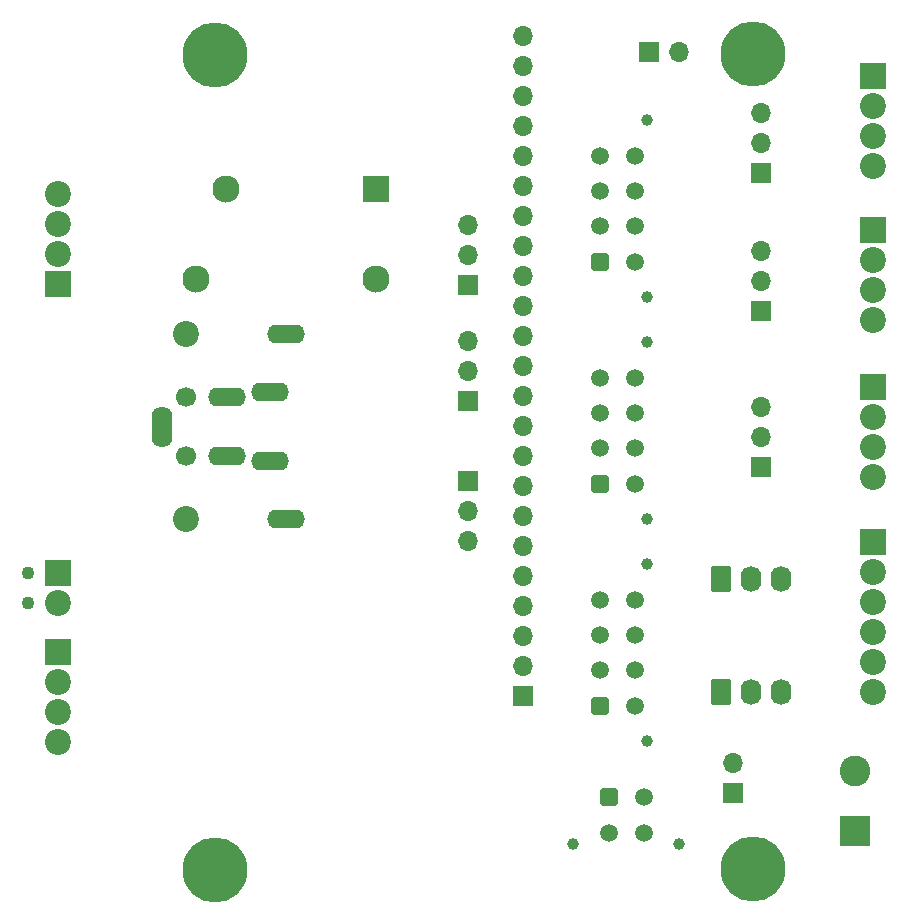
<source format=gbr>
%TF.GenerationSoftware,KiCad,Pcbnew,(6.0.11-0)*%
%TF.CreationDate,2023-05-17T22:58:47+12:00*%
%TF.ProjectId,controller-lower-cut,636f6e74-726f-46c6-9c65-722d6c6f7765,3.2*%
%TF.SameCoordinates,PX1c9c380PY1312d00*%
%TF.FileFunction,Soldermask,Bot*%
%TF.FilePolarity,Negative*%
%FSLAX46Y46*%
G04 Gerber Fmt 4.6, Leading zero omitted, Abs format (unit mm)*
G04 Created by KiCad (PCBNEW (6.0.11-0)) date 2023-05-17 22:58:47*
%MOMM*%
%LPD*%
G01*
G04 APERTURE LIST*
G04 Aperture macros list*
%AMRoundRect*
0 Rectangle with rounded corners*
0 $1 Rounding radius*
0 $2 $3 $4 $5 $6 $7 $8 $9 X,Y pos of 4 corners*
0 Add a 4 corners polygon primitive as box body*
4,1,4,$2,$3,$4,$5,$6,$7,$8,$9,$2,$3,0*
0 Add four circle primitives for the rounded corners*
1,1,$1+$1,$2,$3*
1,1,$1+$1,$4,$5*
1,1,$1+$1,$6,$7*
1,1,$1+$1,$8,$9*
0 Add four rect primitives between the rounded corners*
20,1,$1+$1,$2,$3,$4,$5,0*
20,1,$1+$1,$4,$5,$6,$7,0*
20,1,$1+$1,$6,$7,$8,$9,0*
20,1,$1+$1,$8,$9,$2,$3,0*%
G04 Aperture macros list end*
%ADD10C,1.000000*%
%ADD11RoundRect,0.250001X0.499999X-0.499999X0.499999X0.499999X-0.499999X0.499999X-0.499999X-0.499999X0*%
%ADD12C,1.500000*%
%ADD13RoundRect,0.250000X-0.620000X-0.845000X0.620000X-0.845000X0.620000X0.845000X-0.620000X0.845000X0*%
%ADD14O,1.740000X2.190000*%
%ADD15R,2.600000X2.600000*%
%ADD16C,2.600000*%
%ADD17RoundRect,0.250001X-0.499999X-0.499999X0.499999X-0.499999X0.499999X0.499999X-0.499999X0.499999X0*%
%ADD18C,5.500000*%
%ADD19R,1.700000X1.700000*%
%ADD20O,1.700000X1.700000*%
%ADD21R,2.200000X2.200000*%
%ADD22C,2.200000*%
%ADD23C,1.100000*%
%ADD24C,2.300000*%
%ADD25R,2.300000X2.300000*%
%ADD26C,1.700000*%
%ADD27O,3.200000X1.600000*%
%ADD28O,1.750000X3.500000*%
G04 APERTURE END LIST*
D10*
%TO.C,J11*%
X60525000Y-34550000D03*
X60525000Y-19550000D03*
D11*
X56585000Y-31550000D03*
D12*
X56585000Y-28550000D03*
X56585000Y-25550000D03*
X56585000Y-22550000D03*
X59585000Y-31550000D03*
X59585000Y-28550000D03*
X59585000Y-25550000D03*
X59585000Y-22550000D03*
%TD*%
D13*
%TO.C,J18*%
X66860000Y-68000000D03*
D14*
X69400000Y-68000000D03*
X71940000Y-68000000D03*
%TD*%
D15*
%TO.C,J5*%
X78205000Y-79737893D03*
D16*
X78205000Y-74657893D03*
%TD*%
D10*
%TO.C,J4*%
X63300000Y-80832893D03*
X54300000Y-80832893D03*
D17*
X57300000Y-76892893D03*
D12*
X60300000Y-76892893D03*
X57300000Y-79892893D03*
X60300000Y-79892893D03*
%TD*%
D18*
%TO.C,H4*%
X24000000Y-83000000D03*
%TD*%
D19*
%TO.C,JP7*%
X45425000Y-43325000D03*
D20*
X45425000Y-40785000D03*
X45425000Y-38245000D03*
%TD*%
D21*
%TO.C,J10*%
X79708381Y-15795001D03*
D22*
X79708381Y-18335001D03*
X79708381Y-20875001D03*
X79708381Y-23415001D03*
%TD*%
D23*
%TO.C,J7*%
X8160000Y-57930000D03*
X8160000Y-60470000D03*
D21*
X10700000Y-57930000D03*
D22*
X10700000Y-60470000D03*
%TD*%
D13*
%TO.C,J17*%
X66860000Y-58400000D03*
D14*
X69400000Y-58400000D03*
X71940000Y-58400000D03*
%TD*%
D19*
%TO.C,JP5*%
X70200000Y-35713380D03*
D20*
X70200000Y-33173380D03*
X70200000Y-30633380D03*
%TD*%
D10*
%TO.C,J16*%
X60525000Y-72150000D03*
X60525000Y-57150000D03*
D11*
X56585000Y-69150000D03*
D12*
X56585000Y-66150000D03*
X56585000Y-63150000D03*
X56585000Y-60150000D03*
X59585000Y-69150000D03*
X59585000Y-66150000D03*
X59585000Y-63150000D03*
X59585000Y-60150000D03*
%TD*%
D21*
%TO.C,J15*%
X10700000Y-64620000D03*
D22*
X10700000Y-67160000D03*
X10700000Y-69700000D03*
X10700000Y-72240000D03*
%TD*%
D18*
%TO.C,H6*%
X69500000Y-82992893D03*
%TD*%
D19*
%TO.C,JP6*%
X45425000Y-33500000D03*
D20*
X45425000Y-30960000D03*
X45425000Y-28420000D03*
%TD*%
D19*
%TO.C,JP4*%
X70200000Y-23992893D03*
D20*
X70200000Y-21452893D03*
X70200000Y-18912893D03*
%TD*%
D21*
%TO.C,J12*%
X79708381Y-28848381D03*
D22*
X79708381Y-31388381D03*
X79708381Y-33928381D03*
X79708381Y-36468381D03*
%TD*%
D18*
%TO.C,H5*%
X69500000Y-13992893D03*
%TD*%
D21*
%TO.C,J14*%
X79708381Y-42145001D03*
D22*
X79708381Y-44685001D03*
X79708381Y-47225001D03*
X79708381Y-49765001D03*
%TD*%
D24*
%TO.C,K1*%
X37600000Y-33020000D03*
X22360000Y-33000000D03*
X24900000Y-25400000D03*
D25*
X37600000Y-25400000D03*
%TD*%
D10*
%TO.C,J13*%
X60525000Y-53350000D03*
X60525000Y-38350000D03*
D11*
X56585000Y-50350000D03*
D12*
X56585000Y-47350000D03*
X56585000Y-44350000D03*
X56585000Y-41350000D03*
X59585000Y-50350000D03*
X59585000Y-47350000D03*
X59585000Y-44350000D03*
X59585000Y-41350000D03*
%TD*%
D19*
%TO.C,JP2*%
X45400000Y-50075000D03*
D20*
X45400000Y-52615000D03*
X45400000Y-55155000D03*
%TD*%
D22*
%TO.C,J3*%
X21500000Y-53300000D03*
D26*
X21500000Y-48000000D03*
D22*
X21500000Y-37700000D03*
D26*
X21500000Y-43000000D03*
D27*
X28650000Y-48400000D03*
X25000000Y-48000000D03*
X25000000Y-43000000D03*
X28650000Y-42600000D03*
X30000000Y-37700000D03*
D28*
X19500000Y-45500000D03*
D27*
X30000000Y-53300000D03*
%TD*%
D21*
%TO.C,J9*%
X79700000Y-55250000D03*
D22*
X79700000Y-57790000D03*
X79700000Y-60330000D03*
X79700000Y-62870000D03*
X79700000Y-65410000D03*
X79700000Y-67950000D03*
%TD*%
D19*
%TO.C,JP3*%
X60725000Y-13800000D03*
D20*
X63265000Y-13800000D03*
%TD*%
D19*
%TO.C,JP1*%
X67800000Y-76492893D03*
D20*
X67800000Y-73952893D03*
%TD*%
D19*
%TO.C,JP8*%
X70200000Y-48910000D03*
D20*
X70200000Y-46370000D03*
X70200000Y-43830000D03*
%TD*%
D19*
%TO.C,J2*%
X50100000Y-68311000D03*
D20*
X50100000Y-65771000D03*
X50100000Y-63231000D03*
X50100000Y-60691000D03*
X50100000Y-58151000D03*
X50100000Y-55611000D03*
X50100000Y-53071000D03*
X50100000Y-50531000D03*
X50100000Y-47991000D03*
X50100000Y-45451000D03*
X50100000Y-42911000D03*
X50100000Y-40371000D03*
X50100000Y-37831000D03*
X50100000Y-35291000D03*
X50100000Y-32751000D03*
X50100000Y-30211000D03*
X50100000Y-27671000D03*
X50100000Y-25131000D03*
X50100000Y-22591000D03*
X50100000Y-20051000D03*
X50100000Y-17511000D03*
X50100000Y-14971000D03*
X50100000Y-12431000D03*
%TD*%
D18*
%TO.C,H3*%
X24000000Y-14000000D03*
%TD*%
D21*
%TO.C,J19*%
X10700000Y-33414999D03*
D22*
X10700000Y-30874999D03*
X10700000Y-28334999D03*
X10700000Y-25794999D03*
%TD*%
M02*

</source>
